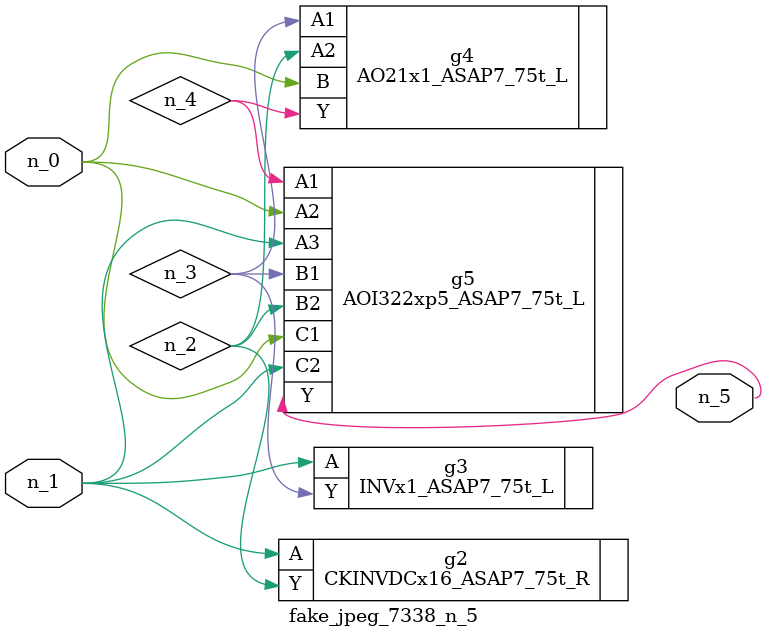
<source format=v>
module fake_jpeg_7338_n_5 (n_0, n_1, n_5);

input n_0;
input n_1;

output n_5;

wire n_2;
wire n_3;
wire n_4;

CKINVDCx16_ASAP7_75t_R g2 ( 
.A(n_1),
.Y(n_2)
);

INVx1_ASAP7_75t_L g3 ( 
.A(n_1),
.Y(n_3)
);

AO21x1_ASAP7_75t_L g4 ( 
.A1(n_3),
.A2(n_2),
.B(n_0),
.Y(n_4)
);

AOI322xp5_ASAP7_75t_L g5 ( 
.A1(n_4),
.A2(n_0),
.A3(n_1),
.B1(n_3),
.B2(n_2),
.C1(n_0),
.C2(n_1),
.Y(n_5)
);


endmodule
</source>
